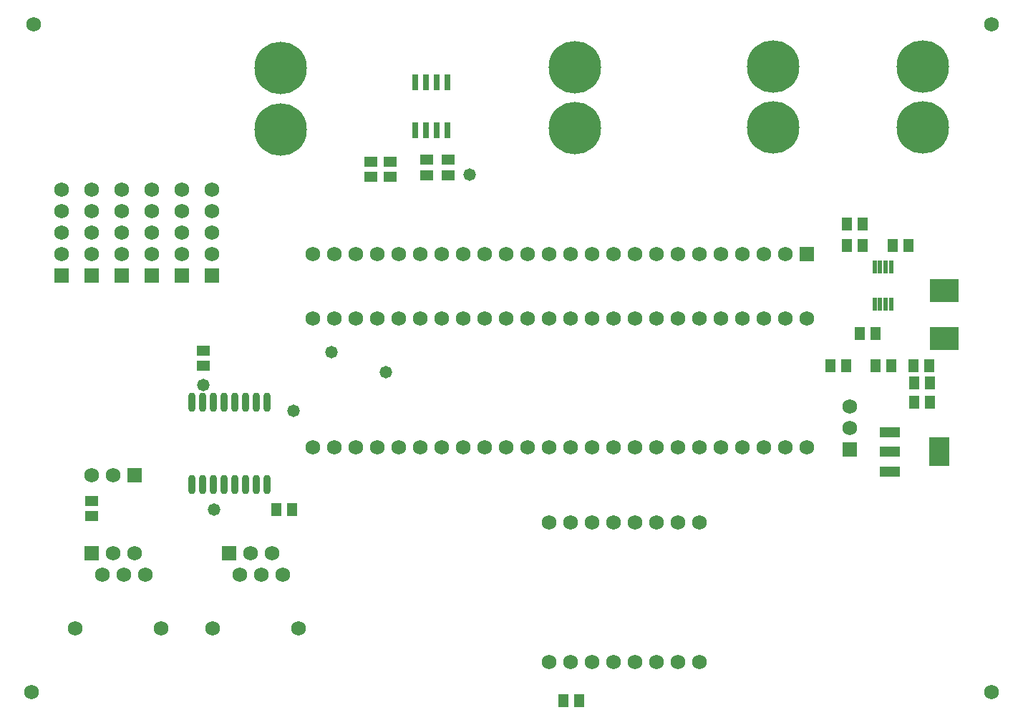
<source format=gts>
G04*
G04 #@! TF.GenerationSoftware,Altium Limited,Altium Designer,19.1.8 (144)*
G04*
G04 Layer_Color=8388736*
%FSLAX25Y25*%
%MOIN*%
G70*
G01*
G75*
%ADD24O,0.03359X0.09068*%
%ADD25R,0.02165X0.06102*%
%ADD26R,0.09265X0.13595*%
%ADD27R,0.09265X0.04737*%
%ADD28R,0.03162X0.07690*%
%ADD29R,0.05918X0.04934*%
%ADD30R,0.04934X0.05918*%
%ADD31R,0.13595X0.10642*%
%ADD32R,0.06312X0.04934*%
%ADD33R,0.04934X0.06312*%
%ADD34C,0.06800*%
%ADD35R,0.06800X0.06800*%
%ADD36C,0.24422*%
%ADD37R,0.06800X0.06800*%
%ADD38C,0.05800*%
D24*
X89500Y109906D02*
D03*
X94500D02*
D03*
X99500D02*
D03*
X104500D02*
D03*
X109500D02*
D03*
X114500D02*
D03*
X119500D02*
D03*
X124500D02*
D03*
X89500Y148094D02*
D03*
X94500D02*
D03*
X99500D02*
D03*
X104500D02*
D03*
X109500D02*
D03*
X114500D02*
D03*
X119500D02*
D03*
X124500D02*
D03*
D25*
X407441Y211000D02*
D03*
X410000D02*
D03*
X412559D02*
D03*
X415118D02*
D03*
Y193677D02*
D03*
X412559D02*
D03*
X410000D02*
D03*
X407441D02*
D03*
D26*
X437516Y125000D02*
D03*
D27*
X414484Y115945D02*
D03*
Y125000D02*
D03*
Y134055D02*
D03*
D28*
X193500Y274878D02*
D03*
X198500D02*
D03*
X203500D02*
D03*
X208500D02*
D03*
X193500Y297122D02*
D03*
X198500D02*
D03*
X203500D02*
D03*
X208500D02*
D03*
D29*
X182000Y260283D02*
D03*
Y253000D02*
D03*
X173000Y253000D02*
D03*
Y260283D02*
D03*
X43000Y95000D02*
D03*
Y102284D02*
D03*
D30*
X408000Y165000D02*
D03*
X415283D02*
D03*
X387000Y165000D02*
D03*
X394283D02*
D03*
X425717Y165000D02*
D03*
X433000D02*
D03*
D31*
X440000Y177953D02*
D03*
Y200000D02*
D03*
D32*
X95000Y172283D02*
D03*
Y165000D02*
D03*
X209000Y253717D02*
D03*
Y261000D02*
D03*
X199000Y253716D02*
D03*
Y261000D02*
D03*
D33*
X129000Y98000D02*
D03*
X136284D02*
D03*
X262717Y9000D02*
D03*
X270000D02*
D03*
X423283Y221000D02*
D03*
X416000D02*
D03*
X433284Y157000D02*
D03*
X426000D02*
D03*
X433283Y148000D02*
D03*
X426000D02*
D03*
X400717Y180000D02*
D03*
X408000D02*
D03*
X402000Y231000D02*
D03*
X394717D02*
D03*
X394717Y221000D02*
D03*
X402000D02*
D03*
D34*
X145858Y127142D02*
D03*
X155858D02*
D03*
X165858D02*
D03*
X175858D02*
D03*
X185858D02*
D03*
X195858D02*
D03*
X205858D02*
D03*
X215858D02*
D03*
X225858D02*
D03*
X235858D02*
D03*
X245858D02*
D03*
X255858D02*
D03*
X265858D02*
D03*
X275858D02*
D03*
Y187142D02*
D03*
X265858D02*
D03*
X255858D02*
D03*
X245858D02*
D03*
X235858D02*
D03*
X225858D02*
D03*
X215858D02*
D03*
X205858D02*
D03*
X195858D02*
D03*
X185858D02*
D03*
X175858D02*
D03*
X295858Y127142D02*
D03*
X305858D02*
D03*
X315858D02*
D03*
X325858D02*
D03*
X335858D02*
D03*
X345858D02*
D03*
X355858D02*
D03*
X365858D02*
D03*
X375858D02*
D03*
Y187142D02*
D03*
X365858D02*
D03*
X355858D02*
D03*
X345858D02*
D03*
X335858D02*
D03*
X325858D02*
D03*
X315858D02*
D03*
X285858Y127142D02*
D03*
X165858Y187142D02*
D03*
X155858D02*
D03*
X145858D02*
D03*
X285858D02*
D03*
X295858D02*
D03*
X305858D02*
D03*
X265858Y27142D02*
D03*
X255858D02*
D03*
X265858Y92142D02*
D03*
X255858D02*
D03*
X285858Y27142D02*
D03*
X275858D02*
D03*
X285858Y92142D02*
D03*
X275858D02*
D03*
X305858Y27142D02*
D03*
X295858D02*
D03*
X305858Y92142D02*
D03*
X295858D02*
D03*
X315858D02*
D03*
X325858D02*
D03*
X315858Y27142D02*
D03*
X325858D02*
D03*
X396000Y146000D02*
D03*
Y136000D02*
D03*
X29000Y247000D02*
D03*
Y217000D02*
D03*
Y227000D02*
D03*
Y237000D02*
D03*
X43000Y247000D02*
D03*
Y217000D02*
D03*
Y227000D02*
D03*
Y237000D02*
D03*
X57000Y247000D02*
D03*
Y217000D02*
D03*
Y227000D02*
D03*
Y237000D02*
D03*
X71000Y247000D02*
D03*
Y217000D02*
D03*
Y227000D02*
D03*
Y237000D02*
D03*
X85000Y247000D02*
D03*
Y217000D02*
D03*
Y227000D02*
D03*
Y237000D02*
D03*
X99000Y247000D02*
D03*
Y217000D02*
D03*
Y227000D02*
D03*
Y237000D02*
D03*
X67858Y67642D02*
D03*
X57858D02*
D03*
X47858D02*
D03*
X62858Y77642D02*
D03*
X52858D02*
D03*
X75358Y42642D02*
D03*
X35358D02*
D03*
X131858Y67642D02*
D03*
X121858D02*
D03*
X111858D02*
D03*
X126858Y77642D02*
D03*
X116858D02*
D03*
X139358Y42642D02*
D03*
X99358D02*
D03*
X155858Y217142D02*
D03*
X165858D02*
D03*
X175858D02*
D03*
X185858D02*
D03*
X225858D02*
D03*
X215858D02*
D03*
X205858D02*
D03*
X195858D02*
D03*
X265858D02*
D03*
X255858D02*
D03*
X245858D02*
D03*
X235858D02*
D03*
X305858D02*
D03*
X295858D02*
D03*
X285858D02*
D03*
X275858D02*
D03*
X345858D02*
D03*
X355858D02*
D03*
X365858D02*
D03*
X315858D02*
D03*
X325858D02*
D03*
X335858D02*
D03*
X145858D02*
D03*
X43000Y114000D02*
D03*
X53000D02*
D03*
X462000Y324000D02*
D03*
Y13000D02*
D03*
X15000D02*
D03*
X16000Y324000D02*
D03*
D35*
X396000Y126000D02*
D03*
X29000Y207000D02*
D03*
X43000D02*
D03*
X57000D02*
D03*
X71000D02*
D03*
X85000D02*
D03*
X99000D02*
D03*
D36*
X430000Y276000D02*
D03*
Y304346D02*
D03*
X360358Y276142D02*
D03*
Y304488D02*
D03*
X130878Y275295D02*
D03*
Y303642D02*
D03*
X267878Y275795D02*
D03*
Y304142D02*
D03*
D37*
X42858Y77642D02*
D03*
X106858D02*
D03*
X375858Y217142D02*
D03*
X63000Y114000D02*
D03*
D38*
X137000Y144000D02*
D03*
X95000Y156000D02*
D03*
X180000Y162000D02*
D03*
X100000Y98000D02*
D03*
X154500Y171500D02*
D03*
X219000Y254000D02*
D03*
M02*

</source>
